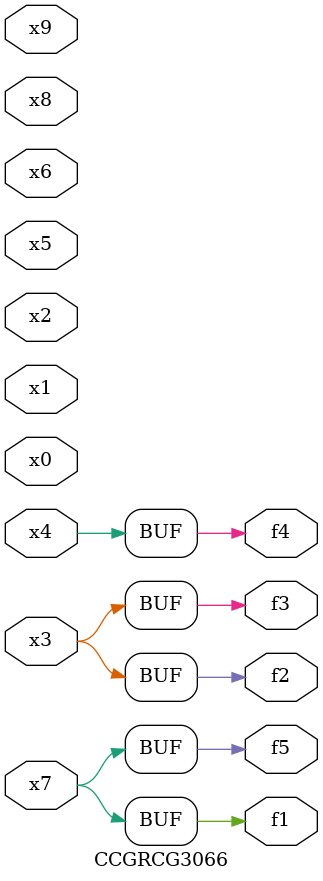
<source format=v>
module CCGRCG3066(
	input x0, x1, x2, x3, x4, x5, x6, x7, x8, x9,
	output f1, f2, f3, f4, f5
);
	assign f1 = x7;
	assign f2 = x3;
	assign f3 = x3;
	assign f4 = x4;
	assign f5 = x7;
endmodule

</source>
